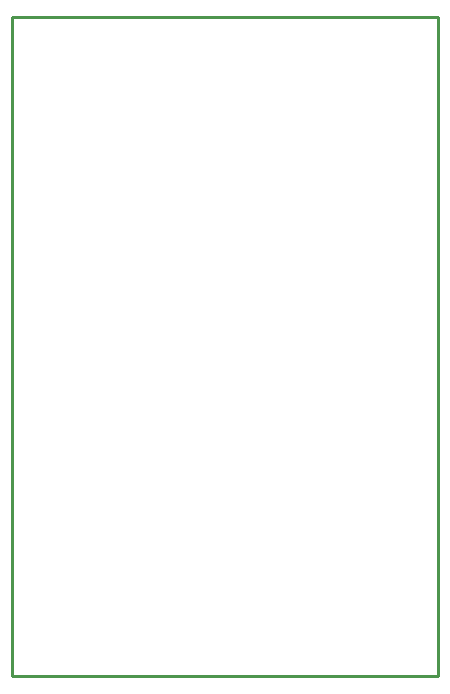
<source format=gm1>
%FSLAX25Y25*%
%MOIN*%
G70*
G01*
G75*
G04 Layer_Color=16711935*
%ADD10C,0.07874*%
%ADD11C,0.02000*%
%ADD12C,0.01200*%
%ADD13C,0.05000*%
%ADD14C,0.02500*%
%ADD15C,0.02953*%
%ADD16C,0.06299*%
%ADD17R,0.06299X0.06299*%
%ADD18R,0.05906X0.05906*%
%ADD19C,0.05906*%
%ADD20O,0.05512X0.14173*%
%ADD21O,0.14173X0.05512*%
%ADD22C,0.05315*%
%ADD23R,0.05315X0.05315*%
%ADD24R,0.06299X0.06299*%
%ADD25C,0.05512*%
%ADD26R,0.05906X0.05906*%
%ADD27R,0.10000X0.04500*%
%ADD28R,0.05500X0.10000*%
%ADD29C,0.06000*%
%ADD30C,0.02500*%
%ADD31C,0.00984*%
%ADD32C,0.00394*%
%ADD33C,0.01000*%
%ADD34C,0.00787*%
%ADD35C,0.00050*%
%ADD36C,0.00900*%
%ADD37C,0.00800*%
%ADD38C,0.00591*%
%ADD39C,0.08674*%
%ADD40C,0.07099*%
%ADD41R,0.07099X0.07099*%
%ADD42R,0.06706X0.06706*%
%ADD43C,0.06706*%
%ADD44O,0.06312X0.14973*%
%ADD45O,0.14973X0.06312*%
%ADD46C,0.06115*%
%ADD47R,0.06115X0.06115*%
%ADD48R,0.07099X0.07099*%
%ADD49C,0.06312*%
%ADD50R,0.06706X0.06706*%
%ADD51R,0.10800X0.05300*%
%ADD52R,0.06300X0.10800*%
%ADD53C,0.06800*%
%ADD54C,0.03300*%
D33*
X0Y0D02*
Y219500D01*
Y0D02*
X142000D01*
Y219500D01*
X0D02*
X142000D01*
M02*

</source>
